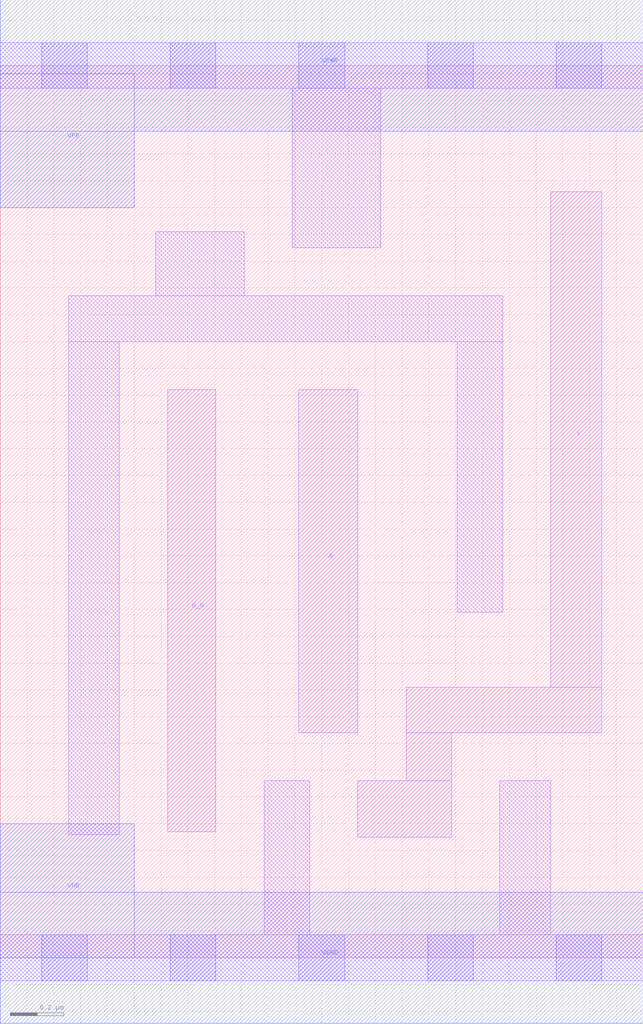
<source format=lef>
# Copyright 2020 The SkyWater PDK Authors
#
# Licensed under the Apache License, Version 2.0 (the "License");
# you may not use this file except in compliance with the License.
# You may obtain a copy of the License at
#
#     https://www.apache.org/licenses/LICENSE-2.0
#
# Unless required by applicable law or agreed to in writing, software
# distributed under the License is distributed on an "AS IS" BASIS,
# WITHOUT WARRANTIES OR CONDITIONS OF ANY KIND, either express or implied.
# See the License for the specific language governing permissions and
# limitations under the License.
#
# SPDX-License-Identifier: Apache-2.0

VERSION 5.5 ;
NAMESCASESENSITIVE ON ;
BUSBITCHARS "[]" ;
DIVIDERCHAR "/" ;
MACRO sky130_fd_sc_lp__nor2b_m
  CLASS CORE ;
  SOURCE USER ;
  ORIGIN  0.000000  0.000000 ;
  SIZE  2.400000 BY  3.330000 ;
  SYMMETRY X Y R90 ;
  SITE unit ;
  PIN A
    ANTENNAGATEAREA  0.126000 ;
    DIRECTION INPUT ;
    USE SIGNAL ;
    PORT
      LAYER li1 ;
        RECT 1.115000 0.840000 1.335000 2.120000 ;
    END
  END A
  PIN B_N
    ANTENNAGATEAREA  0.126000 ;
    DIRECTION INPUT ;
    USE SIGNAL ;
    PORT
      LAYER li1 ;
        RECT 0.625000 0.470000 0.805000 2.120000 ;
    END
  END B_N
  PIN Y
    ANTENNADIFFAREA  0.228900 ;
    DIRECTION OUTPUT ;
    USE SIGNAL ;
    PORT
      LAYER li1 ;
        RECT 1.335000 0.450000 1.685000 0.660000 ;
        RECT 1.515000 0.660000 1.685000 0.840000 ;
        RECT 1.515000 0.840000 2.245000 1.010000 ;
        RECT 2.055000 1.010000 2.245000 2.860000 ;
    END
  END Y
  PIN VGND
    DIRECTION INOUT ;
    USE GROUND ;
    PORT
      LAYER met1 ;
        RECT 0.000000 -0.245000 2.400000 0.245000 ;
    END
  END VGND
  PIN VNB
    DIRECTION INOUT ;
    USE GROUND ;
    PORT
      LAYER met1 ;
        RECT 0.000000 0.000000 0.500000 0.500000 ;
    END
  END VNB
  PIN VPB
    DIRECTION INOUT ;
    USE POWER ;
    PORT
      LAYER met1 ;
        RECT 0.000000 2.800000 0.500000 3.300000 ;
    END
  END VPB
  PIN VPWR
    DIRECTION INOUT ;
    USE POWER ;
    PORT
      LAYER met1 ;
        RECT 0.000000 3.085000 2.400000 3.575000 ;
    END
  END VPWR
  OBS
    LAYER li1 ;
      RECT 0.000000 -0.085000 2.400000 0.085000 ;
      RECT 0.000000  3.245000 2.400000 3.415000 ;
      RECT 0.255000  0.460000 0.445000 2.300000 ;
      RECT 0.255000  2.300000 1.875000 2.470000 ;
      RECT 0.580000  2.470000 0.910000 2.710000 ;
      RECT 0.985000  0.085000 1.155000 0.660000 ;
      RECT 1.090000  2.650000 1.420000 3.245000 ;
      RECT 1.705000  1.290000 1.875000 2.300000 ;
      RECT 1.865000  0.085000 2.055000 0.660000 ;
    LAYER mcon ;
      RECT 0.155000 -0.085000 0.325000 0.085000 ;
      RECT 0.155000  3.245000 0.325000 3.415000 ;
      RECT 0.635000 -0.085000 0.805000 0.085000 ;
      RECT 0.635000  3.245000 0.805000 3.415000 ;
      RECT 1.115000 -0.085000 1.285000 0.085000 ;
      RECT 1.115000  3.245000 1.285000 3.415000 ;
      RECT 1.595000 -0.085000 1.765000 0.085000 ;
      RECT 1.595000  3.245000 1.765000 3.415000 ;
      RECT 2.075000 -0.085000 2.245000 0.085000 ;
      RECT 2.075000  3.245000 2.245000 3.415000 ;
  END
END sky130_fd_sc_lp__nor2b_m

</source>
